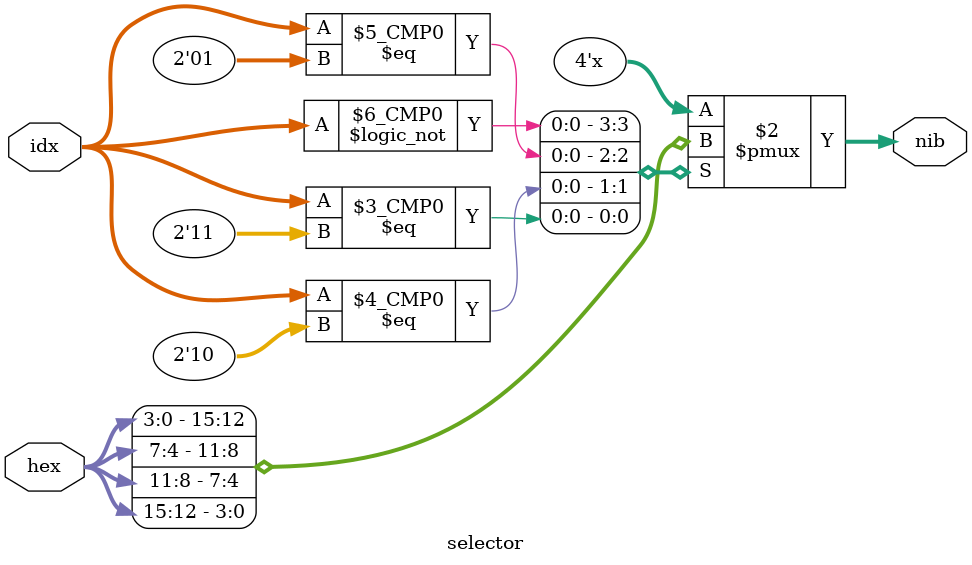
<source format=v>
`timescale 1ns / 1ps

module selector(
    input [1:0] idx,
    input [15:0] hex,
    output reg [3:0] nib
    );
    
    always @(*)
        case (idx)
            2'b00: nib = hex[3:0];   // Rightmost digit
            2'b01: nib = hex[7:4];   // 2nd digit
            2'b10: nib = hex[11:8];  // 3rd digit
            2'b11: nib = hex[15:12]; // Leftmost digit
        endcase
endmodule

</source>
